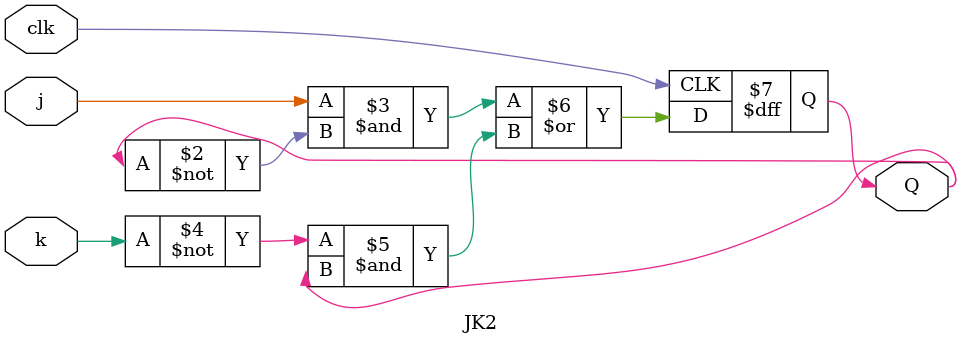
<source format=v>
module JK2 (
    input clk,
    input j,
    input k,
    output reg Q); 
    always@(posedge clk)begin
        Q<=j&~Q|~k&Q;
    end

endmodule

</source>
